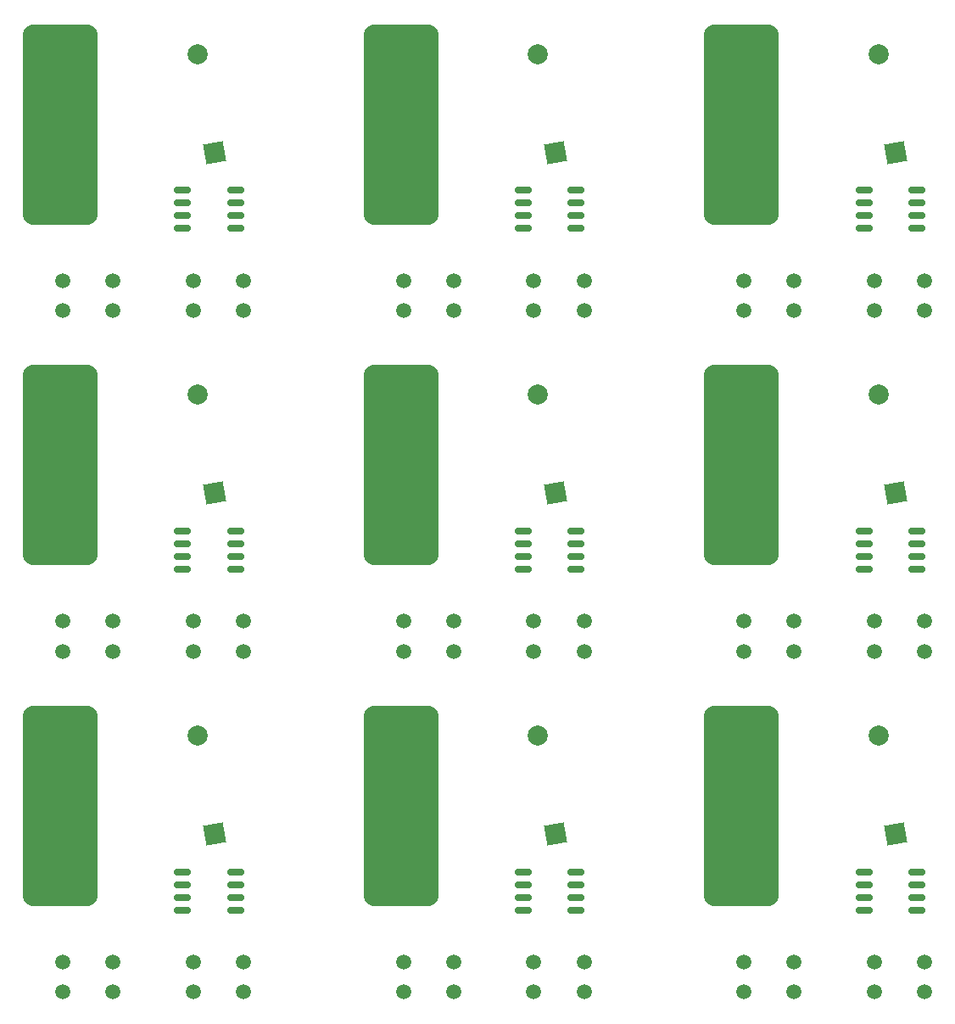
<source format=gbr>
%TF.GenerationSoftware,KiCad,Pcbnew,7.0.5*%
%TF.CreationDate,2023-10-26T18:16:14+09:00*%
%TF.ProjectId,clover_timer_p,636c6f76-6572-45f7-9469-6d65725f702e,rev?*%
%TF.SameCoordinates,Original*%
%TF.FileFunction,Soldermask,Top*%
%TF.FilePolarity,Negative*%
%FSLAX46Y46*%
G04 Gerber Fmt 4.6, Leading zero omitted, Abs format (unit mm)*
G04 Created by KiCad (PCBNEW 7.0.5) date 2023-10-26 18:16:14*
%MOMM*%
%LPD*%
G01*
G04 APERTURE LIST*
G04 Aperture macros list*
%AMRoundRect*
0 Rectangle with rounded corners*
0 $1 Rounding radius*
0 $2 $3 $4 $5 $6 $7 $8 $9 X,Y pos of 4 corners*
0 Add a 4 corners polygon primitive as box body*
4,1,4,$2,$3,$4,$5,$6,$7,$8,$9,$2,$3,0*
0 Add four circle primitives for the rounded corners*
1,1,$1+$1,$2,$3*
1,1,$1+$1,$4,$5*
1,1,$1+$1,$6,$7*
1,1,$1+$1,$8,$9*
0 Add four rect primitives between the rounded corners*
20,1,$1+$1,$2,$3,$4,$5,0*
20,1,$1+$1,$4,$5,$6,$7,0*
20,1,$1+$1,$6,$7,$8,$9,0*
20,1,$1+$1,$8,$9,$2,$3,0*%
%AMRotRect*
0 Rectangle, with rotation*
0 The origin of the aperture is its center*
0 $1 length*
0 $2 width*
0 $3 Rotation angle, in degrees counterclockwise*
0 Add horizontal line*
21,1,$1,$2,0,0,$3*%
G04 Aperture macros list end*
%ADD10RoundRect,1.125000X-2.625000X-8.875000X2.625000X-8.875000X2.625000X8.875000X-2.625000X8.875000X0*%
%ADD11C,2.000000*%
%ADD12RotRect,2.000000X2.000000X100.000000*%
%ADD13RoundRect,0.150000X-0.675000X-0.150000X0.675000X-0.150000X0.675000X0.150000X-0.675000X0.150000X0*%
%ADD14C,1.500000*%
G04 APERTURE END LIST*
D10*
%TO.C,J3*%
X132750000Y-60500000D03*
%TD*%
D11*
%TO.C,BZ9*%
X180431759Y-121475961D03*
D12*
X182168241Y-131324039D03*
%TD*%
D13*
%TO.C,IC9*%
X184225000Y-135095000D03*
X184225000Y-136365000D03*
X184225000Y-137635000D03*
X184225000Y-138905000D03*
X178975000Y-138905000D03*
X178975000Y-137635000D03*
X178975000Y-136365000D03*
X178975000Y-135095000D03*
%TD*%
D14*
%TO.C,SW17*%
X172000000Y-144100000D03*
X167000000Y-144100000D03*
X172000000Y-147100000D03*
X167000000Y-147100000D03*
%TD*%
%TO.C,SW18*%
X185025000Y-144075000D03*
X180025000Y-144075000D03*
X185025000Y-147075000D03*
X180025000Y-147075000D03*
%TD*%
D10*
%TO.C,J17*%
X166750000Y-128500000D03*
%TD*%
D11*
%TO.C,BZ8*%
X146431759Y-121475961D03*
D12*
X148168241Y-131324039D03*
%TD*%
D13*
%TO.C,IC8*%
X150225000Y-135095000D03*
X150225000Y-136365000D03*
X150225000Y-137635000D03*
X150225000Y-138905000D03*
X144975000Y-138905000D03*
X144975000Y-137635000D03*
X144975000Y-136365000D03*
X144975000Y-135095000D03*
%TD*%
D14*
%TO.C,SW15*%
X138000000Y-144100000D03*
X133000000Y-144100000D03*
X138000000Y-147100000D03*
X133000000Y-147100000D03*
%TD*%
%TO.C,SW16*%
X151025000Y-144075000D03*
X146025000Y-144075000D03*
X151025000Y-147075000D03*
X146025000Y-147075000D03*
%TD*%
D10*
%TO.C,J15*%
X132750000Y-128500000D03*
%TD*%
D11*
%TO.C,BZ7*%
X112431759Y-121475961D03*
D12*
X114168241Y-131324039D03*
%TD*%
D13*
%TO.C,IC7*%
X116225000Y-135095000D03*
X116225000Y-136365000D03*
X116225000Y-137635000D03*
X116225000Y-138905000D03*
X110975000Y-138905000D03*
X110975000Y-137635000D03*
X110975000Y-136365000D03*
X110975000Y-135095000D03*
%TD*%
D14*
%TO.C,SW13*%
X104000000Y-144100000D03*
X99000000Y-144100000D03*
X104000000Y-147100000D03*
X99000000Y-147100000D03*
%TD*%
%TO.C,SW14*%
X117025000Y-144075000D03*
X112025000Y-144075000D03*
X117025000Y-147075000D03*
X112025000Y-147075000D03*
%TD*%
D10*
%TO.C,J13*%
X98750000Y-128500000D03*
%TD*%
D11*
%TO.C,BZ6*%
X180431759Y-87475961D03*
D12*
X182168241Y-97324039D03*
%TD*%
D13*
%TO.C,IC6*%
X184225000Y-101095000D03*
X184225000Y-102365000D03*
X184225000Y-103635000D03*
X184225000Y-104905000D03*
X178975000Y-104905000D03*
X178975000Y-103635000D03*
X178975000Y-102365000D03*
X178975000Y-101095000D03*
%TD*%
D14*
%TO.C,SW11*%
X172000000Y-110100000D03*
X167000000Y-110100000D03*
X172000000Y-113100000D03*
X167000000Y-113100000D03*
%TD*%
%TO.C,SW12*%
X185025000Y-110075000D03*
X180025000Y-110075000D03*
X185025000Y-113075000D03*
X180025000Y-113075000D03*
%TD*%
D10*
%TO.C,J11*%
X166750000Y-94500000D03*
%TD*%
D11*
%TO.C,BZ5*%
X146431759Y-87475961D03*
D12*
X148168241Y-97324039D03*
%TD*%
D13*
%TO.C,IC5*%
X150225000Y-101095000D03*
X150225000Y-102365000D03*
X150225000Y-103635000D03*
X150225000Y-104905000D03*
X144975000Y-104905000D03*
X144975000Y-103635000D03*
X144975000Y-102365000D03*
X144975000Y-101095000D03*
%TD*%
D14*
%TO.C,SW9*%
X138000000Y-110100000D03*
X133000000Y-110100000D03*
X138000000Y-113100000D03*
X133000000Y-113100000D03*
%TD*%
%TO.C,SW10*%
X151025000Y-110075000D03*
X146025000Y-110075000D03*
X151025000Y-113075000D03*
X146025000Y-113075000D03*
%TD*%
D10*
%TO.C,J9*%
X132750000Y-94500000D03*
%TD*%
D11*
%TO.C,BZ4*%
X112431759Y-87475961D03*
D12*
X114168241Y-97324039D03*
%TD*%
D13*
%TO.C,IC4*%
X116225000Y-101095000D03*
X116225000Y-102365000D03*
X116225000Y-103635000D03*
X116225000Y-104905000D03*
X110975000Y-104905000D03*
X110975000Y-103635000D03*
X110975000Y-102365000D03*
X110975000Y-101095000D03*
%TD*%
D14*
%TO.C,SW7*%
X104000000Y-110100000D03*
X99000000Y-110100000D03*
X104000000Y-113100000D03*
X99000000Y-113100000D03*
%TD*%
%TO.C,SW8*%
X117025000Y-110075000D03*
X112025000Y-110075000D03*
X117025000Y-113075000D03*
X112025000Y-113075000D03*
%TD*%
D10*
%TO.C,J7*%
X98750000Y-94500000D03*
%TD*%
D11*
%TO.C,BZ3*%
X180431759Y-53475961D03*
D12*
X182168241Y-63324039D03*
%TD*%
D13*
%TO.C,IC3*%
X184225000Y-67095000D03*
X184225000Y-68365000D03*
X184225000Y-69635000D03*
X184225000Y-70905000D03*
X178975000Y-70905000D03*
X178975000Y-69635000D03*
X178975000Y-68365000D03*
X178975000Y-67095000D03*
%TD*%
D14*
%TO.C,SW5*%
X172000000Y-76100000D03*
X167000000Y-76100000D03*
X172000000Y-79100000D03*
X167000000Y-79100000D03*
%TD*%
%TO.C,SW6*%
X185025000Y-76075000D03*
X180025000Y-76075000D03*
X185025000Y-79075000D03*
X180025000Y-79075000D03*
%TD*%
D10*
%TO.C,J5*%
X166750000Y-60500000D03*
%TD*%
D11*
%TO.C,BZ2*%
X146431759Y-53475961D03*
D12*
X148168241Y-63324039D03*
%TD*%
D13*
%TO.C,IC2*%
X150225000Y-67095000D03*
X150225000Y-68365000D03*
X150225000Y-69635000D03*
X150225000Y-70905000D03*
X144975000Y-70905000D03*
X144975000Y-69635000D03*
X144975000Y-68365000D03*
X144975000Y-67095000D03*
%TD*%
D14*
%TO.C,SW3*%
X138000000Y-76100000D03*
X133000000Y-76100000D03*
X138000000Y-79100000D03*
X133000000Y-79100000D03*
%TD*%
%TO.C,SW4*%
X151025000Y-76075000D03*
X146025000Y-76075000D03*
X151025000Y-79075000D03*
X146025000Y-79075000D03*
%TD*%
%TO.C,SW2*%
X112025000Y-79075000D03*
X117025000Y-79075000D03*
X112025000Y-76075000D03*
X117025000Y-76075000D03*
%TD*%
D13*
%TO.C,IC1*%
X110975000Y-67095000D03*
X110975000Y-68365000D03*
X110975000Y-69635000D03*
X110975000Y-70905000D03*
X116225000Y-70905000D03*
X116225000Y-69635000D03*
X116225000Y-68365000D03*
X116225000Y-67095000D03*
%TD*%
D12*
%TO.C,BZ1*%
X114168241Y-63324039D03*
D11*
X112431759Y-53475961D03*
%TD*%
D14*
%TO.C,SW1*%
X99000000Y-79100000D03*
X104000000Y-79100000D03*
X99000000Y-76100000D03*
X104000000Y-76100000D03*
%TD*%
D10*
%TO.C,J1*%
X98750000Y-60500000D03*
%TD*%
M02*

</source>
